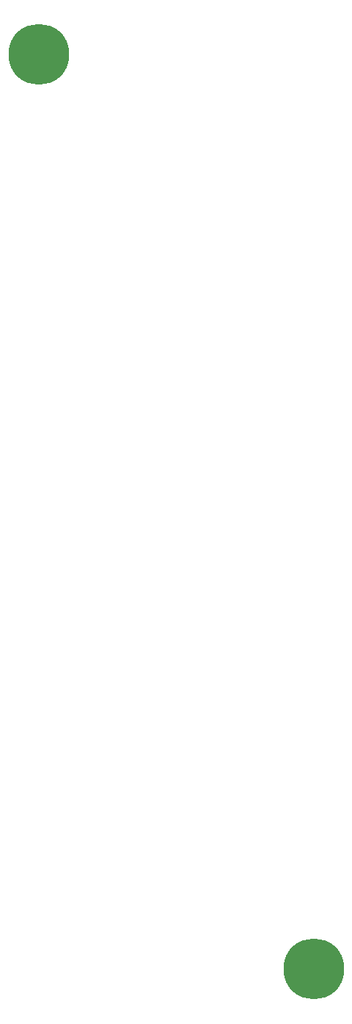
<source format=gbr>
%TF.GenerationSoftware,KiCad,Pcbnew,8.0.0*%
%TF.CreationDate,2024-06-30T13:13:22-04:00*%
%TF.ProjectId,PDB,5044422e-6b69-4636-9164-5f7063625858,rev?*%
%TF.SameCoordinates,Original*%
%TF.FileFunction,Paste,Bot*%
%TF.FilePolarity,Positive*%
%FSLAX46Y46*%
G04 Gerber Fmt 4.6, Leading zero omitted, Abs format (unit mm)*
G04 Created by KiCad (PCBNEW 8.0.0) date 2024-06-30 13:13:22*
%MOMM*%
%LPD*%
G01*
G04 APERTURE LIST*
%ADD10C,7.000000*%
G04 APERTURE END LIST*
D10*
%TO.C,H4*%
X158655254Y-142160174D03*
%TD*%
%TO.C,H1*%
X126905254Y-36750174D03*
%TD*%
M02*

</source>
